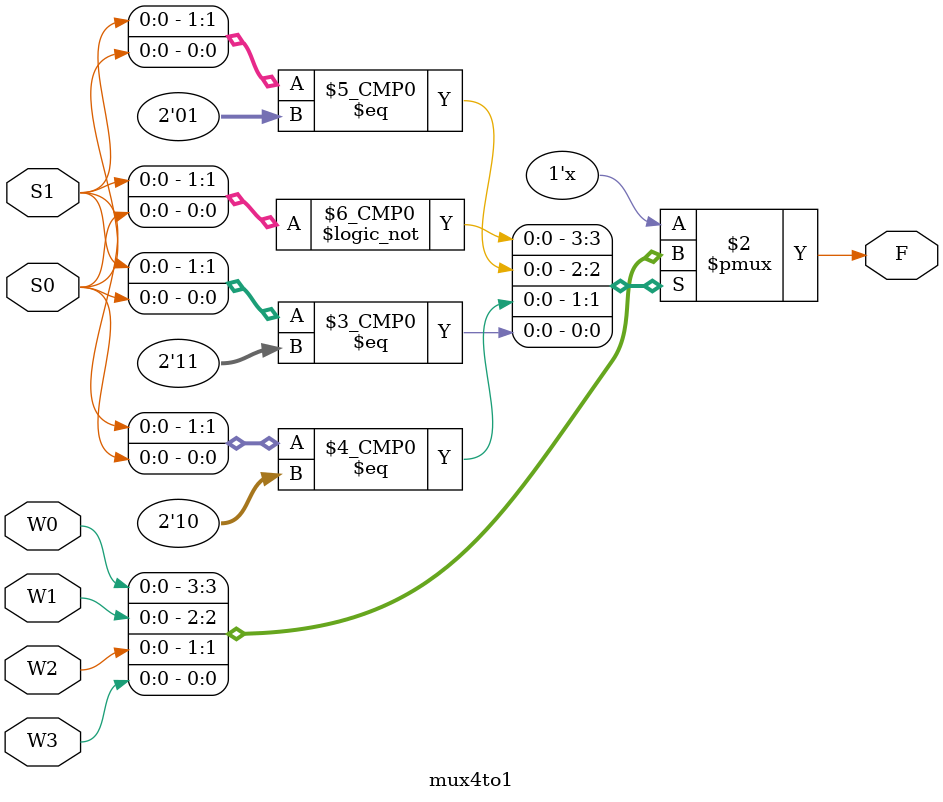
<source format=v>
module mux4to1(W0,W1,W2,W3,S0,S1,F);

		input W0, W1, W2, W3, S0, S1;
		output F;
		
		reg F;
		
		always@(W0 or W1 or W2 or W3 or S0 or S1) 
		begin
		
			case({S1,S0})
			
				2'b00:F=W0;
				2'b01:F=W1;
				2'b10:F=W2;
				2'b11:F=W3;
			
			endcase
			
		end

endmodule

</source>
